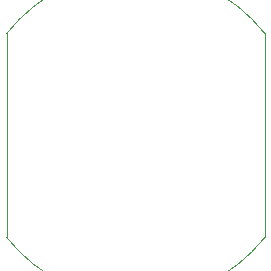
<source format=gbr>
%TF.GenerationSoftware,KiCad,Pcbnew,8.0.4-8.0.4-0~ubuntu22.04.1*%
%TF.CreationDate,2024-08-30T21:18:56-07:00*%
%TF.ProjectId,mag-encoder,6d61672d-656e-4636-9f64-65722e6b6963,1*%
%TF.SameCoordinates,Original*%
%TF.FileFunction,Profile,NP*%
%FSLAX46Y46*%
G04 Gerber Fmt 4.6, Leading zero omitted, Abs format (unit mm)*
G04 Created by KiCad (PCBNEW 8.0.4-8.0.4-0~ubuntu22.04.1) date 2024-08-30 21:18:56*
%MOMM*%
%LPD*%
G01*
G04 APERTURE LIST*
%TA.AperFunction,Profile*%
%ADD10C,0.050000*%
%TD*%
G04 APERTURE END LIST*
D10*
X241477800Y-114935000D02*
X241477800Y-132207000D01*
X219633800Y-114935000D02*
X219633800Y-132207000D01*
X241477800Y-132207000D02*
G75*
G02*
X219639980Y-132214799I-10922000J8648700D01*
G01*
X219633800Y-114935000D02*
G75*
G02*
X241477800Y-114935000I10922000J-8623300D01*
G01*
M02*

</source>
